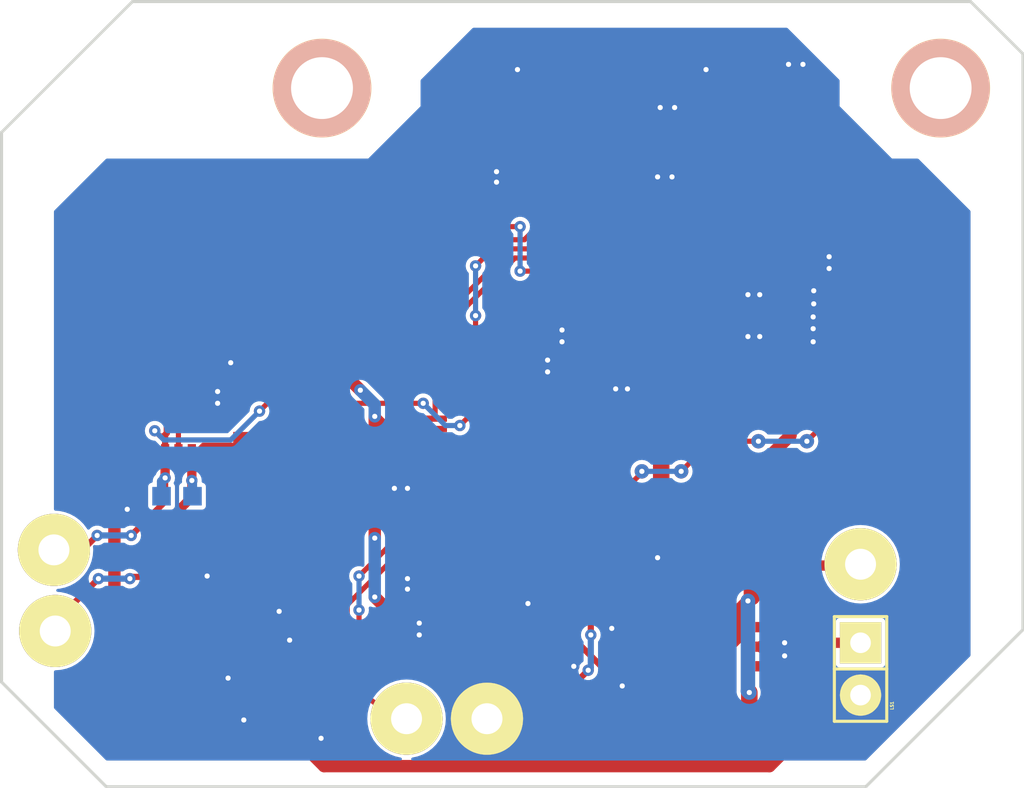
<source format=kicad_pcb>
(kicad_pcb (version 20221018) (generator pcbnew)
  (layers (0 "F.Cu" signal) (31 "B.Cu" signal) (34 "B.Paste" user) (35 "F.Paste" user) (36 "B.SilkS" user "B.Silkscreen") (37 "F.SilkS" user "F.Silkscreen") (38 "B.Mask" user) (39 "F.Mask" user) (44 "Edge.Cuts" user))
  (net 0 "")
  (net 1 "+5V")
  (net 2 "GND")
  (net 3 "Net-(C2-Pad1)")
  (net 4 "Sensor+")
  (net 5 "Net-(C3-Pad1)")
  (net 6 "+3V3")
  (net 7 "Net-(C5-Pad1)")
  (net 8 "Net-(C12-Pad1)")
  (net 9 "Net-(C6-Pad2)")
  (net 10 "Net-(C9-Pad1)")
  (net 11 "+UA")
  (net 12 "Net-(C14-Pad1)")
  (net 13 "Net-(C15-Pad1)")
  (net 14 "Net-(C16-Pad1)")
  (net 15 "Net-(D2-Pad1)")
  (net 16 "Net-(D3-Pad1)")
  (net 17 "Net-(D3-Pad2)")
  (net 18 "Net-(J1-Pad2)")
  (net 19 "MP-OPV-Aus")
  (net 20 "PWM-1-OUT")
  (net 21 "Net-(Q1-PadD)")
  (net 22 "PWM-2-OUT")
  (net 23 "Net-(Q2-PadD)")
  (net 24 "SHDN")
  (net 25 "Net-(R5-Pad1)")
  (net 26 "Net-(RP1-Pad1)")
  (net 27 "Net-(RP1-Pad2)")
  (net 28 "Net-(RP1-Pad3)")
  (net 29 "Net-(RP1-Pad4)")
  (net 30 "Net-(U3-Pad2)")
  (net 31 "Net-(U3-Pad4)")
  (net 32 "Net-(U3-Pad5)")
  (net 33 "Net-(U3-Pad6)")
  (net 34 "Net-(U3-Pad7)")
  (net 35 "Net-(U3-Pad8)")
  (net 36 "Net-(U3-Pad9)")
  (net 37 "Net-(U3-Pad10)")
  (net 38 "Net-(U3-Pad11)")
  (net 39 "Net-(U3-Pad14)")
  (net 40 "Net-(U3-Pad15)")
  (net 41 "Net-(U3-Pad16)")
  (net 42 "Net-(U3-Pad21)")
  (net 43 "Net-(U3-Pad22)")
  (net 44 "Net-(U3-Pad29)")
  (net 45 "Net-(U3-Pad30)")
  (net 46 "Net-(U3-Pad31)")
  (net 47 "Net-(U3-Pad32)")
  (net 48 "Net-(U3-Pad33)")
  (net 49 "Net-(U3-Pad35)")
  (net 50 "Net-(U3-Pad39)")
  (net 51 "Net-(U3-Pad40)")
  (net 52 "Net-(U3-Pad43)")
  (net 53 "Net-(U3-Pad44)")
  (net 54 "Net-(U3-Pad45)")
  (net 55 "Net-(U3-Pad46)")
  (net 56 "Net-(U3-Pad48)")
  (net 57 "Net-(LS1-Pad1)")
  (net 58 "Net-(P0-Pad4)")
  (net 59 "Net-(P0-Pad5)")
  (net 60 "Net-(P0-Pad6)")
  (net 61 "Net-(P1-Pad1)")
  (net 62 "Net-(P8-Pad1)")
  (net 63 "Net-(R6-Pad1)")
  (net 64 "Net-(R10-Pad2)")
  (net 65 "Net-(U3-Pad28)")
  (net 66 "Net-(U3-Pad26)")
  (footprint "kicad-libraries:DEBUG_PAD" (layer "F.Cu") (at 153.8605 86.8045)
    (fp_text reference "P5")
    (fp_text value "MP-PWM-1")
  )
  (footprint "kicad-libraries:DEBUG_PAD" (layer "F.Cu") (at 152.4635 86.8045)
    (fp_text reference "P6")
    (fp_text value "MP-PWM-2")
  )
  (footprint "kicad-libraries:R0603F" (layer "F.Cu") (at 150.6855 78.994 180)
    (fp_text reference "R23")
    (fp_text value "10k")
  )
  (footprint "kicad-libraries:R0603F" (layer "F.Cu") (at 154.559 77.7875)
    (fp_text reference "R24")
    (fp_text value "10k")
  )
  (footprint "kicad-libraries:C0805" (layer "F.Cu") (at 163.068 55.88 90)
    (fp_text reference "C1")
    (fp_text value "4.7uF")
  )
  (footprint "kicad-libraries:C0603F" (layer "F.Cu") (at 133.731 81.788)
    (fp_text reference "C2")
    (fp_text value "100nF")
  )
  (footprint "kicad-libraries:C0805" (layer "F.Cu") (at 164.846 63.5 180)
    (fp_text reference "C3")
    (fp_text value "4.7uF")
  )
  (footprint "kicad-libraries:C0603F" (layer "F.Cu") (at 130.302 73.66 -90)
    (fp_text reference "C4")
    (fp_text value "100nF")
  )
  (footprint "kicad-libraries:C0603F" (layer "F.Cu") (at 136.144 80.391)
    (fp_text reference "C5")
    (fp_text value "4.7nF")
  )
  (footprint "kicad-libraries:C0603F" (layer "F.Cu") (at 160.02 68.326)
    (fp_text reference "C6")
    (fp_text value "270pF")
  )
  (footprint "kicad-libraries:C0603F" (layer "F.Cu") (at 145.796 78.867 180)
    (fp_text reference "C7")
    (fp_text value "100nF")
  )
  (footprint "kicad-libraries:C0603F" (layer "F.Cu") (at 149.352 68.453)
    (fp_text reference "C8")
    (fp_text value "100nF")
  )
  (footprint "kicad-libraries:C0603F" (layer "F.Cu") (at 133.985 71.12)
    (fp_text reference "C9")
    (fp_text value "100nF")
  )
  (footprint "kicad-libraries:C0603F" (layer "F.Cu") (at 143.891 72.771 -90)
    (fp_text reference "C10")
    (fp_text value "100nF")
  )
  (footprint "kicad-libraries:C0603F" (layer "F.Cu") (at 150.114 67.056)
    (fp_text reference "C11")
    (fp_text value "220nF")
  )
  (footprint "kicad-libraries:C0805" (layer "F.Cu") (at 160.147 66.04)
    (fp_text reference "C12")
    (fp_text value "4.7uF")
  )
  (footprint "kicad-libraries:C0805" (layer "F.Cu") (at 155.448 70.739 180)
    (fp_text reference "C13")
    (fp_text value "4.7uF")
  )
  (footprint "kicad-libraries:C0402F" (layer "F.Cu") (at 149.733 59.309 180)
    (fp_text reference "C14")
    (fp_text value "220pF")
  )
  (footprint "kicad-libraries:C0603F" (layer "F.Cu") (at 145.7325 81.9785 90)
    (fp_text reference "C15")
    (fp_text value "10pF")
  )
  (footprint "kicad-libraries:C0603F" (layer "F.Cu") (at 151.3205 81.9785 -90)
    (fp_text reference "C16")
    (fp_text value "10pF")
  )
  (footprint "kicad-libraries:SOD-123" (layer "F.Cu") (at 133.223 84.963 180)
    (fp_text reference "D1")
    (fp_text value "ZENER")
  )
  (footprint "kicad-libraries:SOD-123" (layer "F.Cu") (at 160.528 63.754 180)
    (fp_text reference "D2")
    (fp_text value "DIODESCH")
  )
  (footprint "kicad-libraries:D0603E" (layer "F.Cu") (at 153.035 68.199 -90)
    (fp_text reference "D3")
    (fp_text value "LED")
  )
  (footprint "kicad-libraries:SolderJumper" (layer "F.Cu") (at 141.224 86.36 90)
    (fp_text reference "J1")
    (fp_text value "Conn_01x02")
  )
  (footprint "kicad-libraries:C0603F" (layer "F.Cu") (at 163.83 58.293)
    (fp_text reference "L1")
    (fp_text value "FB")
  )
  (footprint "kicad-libraries:NR3030" (layer "F.Cu") (at 163.83 60.833 180)
    (fp_text reference "L2")
    (fp_text value "10uH")
  )
  (footprint "kicad-libraries:C0603F" (layer "F.Cu") (at 156.845 66.04 180)
    (fp_text reference "L3")
    (fp_text value "FB")
  )
  (footprint "kicad-libraries:SOT23GDS" (layer "F.Cu") (at 156.0195 83.8835 90)
    (fp_text reference "Q1")
    (fp_text value "MOSFET_N_CH")
  )
  (footprint "kicad-libraries:SOT23GDS" (layer "F.Cu") (at 156.0195 80.3275 90)
    (fp_text reference "Q2")
    (fp_text value "MOSFET_N_CH")
  )
  (footprint "kicad-libraries:R0603F" (layer "F.Cu") (at 136.779 81.788)
    (fp_text reference "R1")
    (fp_text value "20k")
  )
  (footprint "kicad-libraries:R0603F" (layer "F.Cu") (at 130.683 83.312)
    (fp_text reference "R2")
    (fp_text value "100k")
  )
  (footprint "kicad-libraries:R0603F" (layer "F.Cu") (at 133.731 83.312)
    (fp_text reference "R3")
    (fp_text value "100k")
  )
  (footprint "kicad-libraries:R0603F" (layer "F.Cu") (at 166.37 66.04 -90)
    (fp_text reference "R4")
    (fp_text value "1M")
  )
  (footprint "kicad-libraries:R0603F" (layer "F.Cu") (at 133.0325 80.391)
    (fp_text reference "R5")
    (fp_text value "10")
  )
  (footprint "kicad-libraries:R0603F" (layer "F.Cu") (at 135.763 77.216 180)
    (fp_text reference "R6")
    (fp_text value "20k")
  )
  (footprint "kicad-libraries:R0603F" (layer "F.Cu") (at 163.068 68.326)
    (fp_text reference "R7")
    (fp_text value "13.3k")
  )
  (footprint "kicad-libraries:R0603F" (layer "F.Cu") (at 130.302 70.739 90)
    (fp_text reference "R8")
    (fp_text value "100k")
  )
  (footprint "kicad-libraries:R0603F" (layer "F.Cu") (at 133.985 68.326)
    (fp_text reference "R9")
    (fp_text value "120k")
  )
  (footprint "kicad-libraries:R0603F" (layer "F.Cu") (at 157.861 69.215 -90)
    (fp_text reference "R10")
    (fp_text value "20K")
  )
  (footprint "kicad-libraries:R0603F" (layer "F.Cu") (at 133.223 69.723)
    (fp_text reference "R11")
    (fp_text value "20k")
  )
  (footprint "kicad-libraries:R0603F" (layer "F.Cu") (at 153.035 65.151 90)
    (fp_text reference "R14")
    (fp_text value "1k")
  )
  (footprint "kicad-libraries:1206E" (layer "F.Cu") (at 159.4485 78.1685 180)
    (fp_text reference "R21")
    (fp_text value "1k")
  )
  (footprint "kicad-libraries:1206E" (layer "F.Cu") (at 159.3215 86.0425 180)
    (fp_text reference "R22")
    (fp_text value "1k")
  )
  (footprint "kicad-libraries:4X0402" (layer "F.Cu") (at 151.257 61.087)
    (fp_text reference "RP1")
    (fp_text value "R_PACK4")
  )
  (footprint "kicad-libraries:TSSOP8" (layer "F.Cu") (at 132.715 75.819)
    (fp_text reference "U1")
    (fp_text value "TLC272")
  )
  (footprint "kicad-libraries:SOT23-5" (layer "F.Cu") (at 163.83 66.04 -90)
    (fp_text reference "U2")
    (fp_text value "LMR62014X")
  )
  (footprint "kicad-libraries:QFN48-EP2" (layer "F.Cu") (at 149.098 73.787 90)
    (fp_text reference "U3")
    (fp_text value "XMC1XXX48")
  )
  (footprint "kicad-libraries:DRILL_NP" (layer "F.Cu") (at 170 55)
    (fp_text reference "U4" hide)
    (fp_text value "DRILL" hide)
  )
  (footprint "kicad-libraries:DRILL_NP" (layer "F.Cu") (at 140 55)
    (fp_text reference "U5" hide)
    (fp_text value "DRILL" hide)
  )
  (footprint "kicad-libraries:CRYSTAL_3225" (layer "F.Cu") (at 148.5265 81.9785 180)
    (fp_text reference "X1")
    (fp_text value "CRYSTAL_3225")
  )
  (footprint "kicad-libraries:PIN_ARRAY_2X1" (layer "F.Cu") (at 166.116 83.185 -90)
    (fp_text reference "LS1")
    (fp_text value "Speaker_Ultrasound" hide)
  )
  (footprint "kicad-libraries:CON-SENSOR2" (layer "F.Cu") (at 154.051 52.959 180)
    (fp_text reference "P0")
    (fp_text value "CON-SENSOR2")
  )
  (footprint "kicad-libraries:DEBUG_PAD" (layer "F.Cu") (at 136.144 86.487)
    (fp_text reference "P3")
    (fp_text value "MP-Sensor-")
  )
  (footprint "kicad-libraries:DEBUG_PAD" (layer "F.Cu") (at 138.938 86.487)
    (fp_text reference "P4")
    (fp_text value "MP-Sensor+")
  )
  (footprint "kicad-libraries:CONN_1" (layer "F.Cu") (at 127 77.4065)
    (fp_text reference "P7" hide)
    (fp_text value "MP-OPV-AUS" hide)
  )
  (footprint "kicad-libraries:CONN_1" (layer "F.Cu") (at 127.0635 81.3435)
    (fp_text reference "P8" hide)
    (fp_text value "MP-OPV-ZK" hide)
  )
  (footprint "kicad-libraries:CONN_1" (layer "F.Cu") (at 166.116 78.105)
    (fp_text reference "P9" hide)
    (fp_text value "MP-+UA" hide)
  )
  (footprint "kicad-libraries:CONN_1" (layer "F.Cu") (at 144.1 85.6)
    (fp_text reference "P1" hide)
    (fp_text value "CONN_01X01" hide)
  )
  (footprint "kicad-libraries:R0603F" (layer "F.Cu") (at 138.049 84.582)
    (fp_text reference "R31")
    (fp_text value "0")
  )
  (footprint "kicad-libraries:SOT23-6" (layer "F.Cu") (at 160.2105 82.1055 -90)
    (fp_text reference "Q3")
    (fp_text value "DMG6602SVT-7DICT-ND")
  )
  (footprint "kicad-libraries:ST4" (layer "F.Cu") (at 138.694 73.66 -90)
    (fp_text reference "RV1")
    (fp_text value "50k")
  )
  (footprint "kicad-libraries:ST4" (layer "F.Cu") (at 161.554 72.39 180)
    (fp_text reference "RV2")
    (fp_text value "200k")
  )
  (footprint "kicad-libraries:CONN_1" (layer "F.Cu") (at 148 85.6)
    (fp_text reference "P2" hide)
    (fp_text value "MP-GND" hide)
  )
  (footprint "kicad-libraries:R0603F" (layer "B.Cu") (at 132.969 74.803)
    (fp_text reference "R30")
    (fp_text value "0")
  )
  (gr_line (start 130.81 50.8) (end 171.45 50.8) (stroke (width 0.15)) (layer "Edge.Cuts"))
  (gr_line (start 124.46 57.15) (end 130.81 50.8) (stroke (width 0.15)) (layer "Edge.Cuts"))
  (gr_line (start 171.45 50.8) (end 173.99 53.34) (stroke (width 0.15)) (layer "Edge.Cuts"))
  (gr_line (start 129.54 88.9) (end 124.46 83.82) (stroke (width 0.15)) (layer "Edge.Cuts"))
  (gr_line (start 166.37 88.9) (end 129.54 88.9) (stroke (width 0.15)) (layer "Edge.Cuts"))
  (gr_line (start 173.99 53.34) (end 173.99 81.28) (stroke (width 0.15)) (layer "Edge.Cuts"))
  (gr_line (start 124.46 83.82) (end 124.46 57.15) (stroke (width 0.15)) (layer "Edge.Cuts"))
  (gr_line (start 173.99 81.28) (end 166.37 88.9) (stroke (width 0.15)) (layer "Edge.Cuts"))
  (segment (start 163.068 58.281) (end 163.08 58.293) (width 1) (layer "F.Cu") (net 1))
  (segment (start 158.47924 56.88076) (end 157.801 57.559) (width 1) (layer "F.Cu") (net 1))
  (segment (start 163.068 56.88076) (end 158.47924 56.88076) (width 1) (layer "F.Cu") (net 1))
  (segment (start 163.068 56.88076) (end 163.068 58.281) (width 1) (layer "F.Cu") (net 1))
  (segment (start 162.63112 66.04) (end 163.703 66.04) (width 0.25) (layer "F.Cu") (net 2))
  (segment (start 163.703 66.04) (end 163.84524 65.89776) (width 0.25) (layer "F.Cu") (net 2))
  (segment (start 163.84524 65.89776) (end 163.84524 65.4685) (width 0.25) (layer "F.Cu") (net 2))
  (segment (start 163.818 65.925) (end 163.84524 65.89776) (width 0.25) (layer "F.Cu") (net 2))
  (segment (start 149.8473 68.7077) (end 150.102 68.453) (width 0.25) (layer "F.Cu") (net 2))
  (segment (start 149.67642 82.7285) (end 149.62632 82.7786) (width 0.3) (layer "F.Cu") (net 2))
  (segment (start 147.37658 81.2285) (end 147.42668 81.1784) (width 0.3) (layer "F.Cu") (net 2))
  (segment (start 146.34972 76.59878) (end 149.098 73.8505) (width 0.25) (layer "F.Cu") (net 2))
  (segment (start 149.098 73.8505) (end 149.098 73.787) (width 0.25) (layer "F.Cu") (net 2))
  (segment (start 130.302 75.184) (end 130.556 75.438) (width 0.45) (layer "F.Cu") (net 2))
  (segment (start 134.38886 78.71714) (end 134.4295 78.6765) (width 0.45) (layer "F.Cu") (net 2))
  (segment (start 135.128 83.312) (end 135.4455 83.6295) (width 0.45) (layer "F.Cu") (net 2))
  (segment (start 135.07212 84.00288) (end 135.4455 83.6295) (width 0.45) (layer "F.Cu") (net 2))
  (segment (start 136.144 85.725) (end 136.2075 85.6615) (width 0.45) (layer "F.Cu") (net 2))
  (segment (start 139.9885 86.585) (end 139.954 86.5505) (width 0.3) (layer "F.Cu") (net 2))
  (segment (start 144.9825 81.2285) (end 144.7165 80.9625) (width 0.45) (layer "F.Cu") (net 2))
  (segment (start 145.034 81.2285) (end 144.9825 81.2285) (width 0.45) (layer "F.Cu") (net 2))
  (segment (start 145.022 81.2285) (end 144.7165 81.534) (width 0.45) (layer "F.Cu") (net 2))
  (segment (start 151.88 82.7285) (end 152.2095 83.058) (width 0.45) (layer "F.Cu") (net 2))
  (segment (start 155.0035 84.455) (end 154.559 84.0105) (width 0.45) (layer "F.Cu") (net 2))
  (segment (start 154.44724 69.80174) (end 154.2415 69.596) (width 0.45) (layer "F.Cu") (net 2))
  (segment (start 154.44724 69.85) (end 154.44724 69.80174) (width 0.45) (layer "F.Cu") (net 2))
  (segment (start 154.559 69.85) (end 154.813 69.596) (width 0.45) (layer "F.Cu") (net 2))
  (segment (start 150.6855 68.453) (end 150.9395 68.199) (width 0.45) (layer "F.Cu") (net 2))
  (segment (start 151.384 67.056) (end 151.638 67.31) (width 0.45) (layer "F.Cu") (net 2))
  (segment (start 148.717 59.309) (end 148.463 59.055) (width 0.45) (layer "F.Cu") (net 2))
  (segment (start 161.14776 65.51676) (end 160.655 65.024) (width 0.45) (layer "F.Cu") (net 2))
  (segment (start 161.14776 65.10274) (end 161.2265 65.024) (width 0.45) (layer "F.Cu") (net 2))
  (segment (start 161.14776 66.56324) (end 160.655 67.056) (width 0.45) (layer "F.Cu") (net 2))
  (segment (start 161.14776 66.97726) (end 161.2265 67.056) (width 0.45) (layer "F.Cu") (net 2))
  (segment (start 163.84524 64.8335) (end 163.84524 63.5) (width 0.25) (layer "F.Cu") (net 2))
  (segment (start 163.84524 65.4685) (end 163.84524 64.8335) (width 0.25) (layer "F.Cu") (net 2))
  (segment (start 163.818 66.1035) (end 163.818 65.925) (width 0.25) (layer "F.Cu") (net 2))
  (segment (start 163.818 66.675) (end 163.818 66.1035) (width 0.25) (layer "F.Cu") (net 2))
  (segment (start 163.818 67.31) (end 163.818 66.675) (width 0.25) (layer "F.Cu") (net 2))
  (segment (start 164.2745 63.5) (end 164.592 63.1825) (width 0.45) (layer "F.Cu") (net 2))
  (segment (start 164.338 63.5) (end 164.592 63.754) (width 0.45) (layer "F.Cu") (net 2))
  (segment (start 134.735 70.497) (end 134.9375 70.2945) (width 0.45) (layer "F.Cu") (net 2))
  (segment (start 143.891 74.168) (end 144.145 74.422) (width 0.45) (layer "F.Cu") (net 2))
  (segment (start 143.891 74.1045) (end 143.891 74.168) (width 0.45) (layer "F.Cu") (net 2))
  (segment (start 143.8275 74.1045) (end 143.51 74.422) (width 0.45) (layer "F.Cu") (net 2))
  (segment (start 146.06016 77.39634) (end 145.046 78.4105) (width 0.3) (layer "F.Cu") (net 2))
  (segment (start 145.046 78.4105) (end 145.046 78.867) (width 0.3) (layer "F.Cu") (net 2))
  (segment (start 145.034 78.867) (end 144.5895 79.3115) (width 0.45) (layer "F.Cu") (net 2))
  (segment (start 144.5895 79.3115) (end 144.145 79.3115) (width 0.45) (layer "F.Cu") (net 2))
  (segment (start 144.2085 78.867) (end 144.145 78.8035) (width 0.45) (layer "F.Cu") (net 2))
  (segment (start 149.422 54.159) (end 149.479 54.102) (width 0.6) (layer "F.Cu") (net 2))
  (segment (start 158.68 54.159) (end 158.623 54.102) (width 0.6) (layer "F.Cu") (net 2))
  (segment (start 140.724 86.86) (end 140.674 86.81) (width 0.25) (layer "F.Cu") (net 2))
  (segment (start 140.674 86.81) (end 140.674 86.585) (width 0.25) (layer "F.Cu") (net 2))
  (segment (start 141.724 86.86) (end 141.774 86.81) (width 0.25) (layer "F.Cu") (net 2))
  (segment (start 141.774 86.81) (end 141.774 86.585) (width 0.25) (layer "F.Cu") (net 2))
  (segment (start 149.9355 79.9585) (end 149.987 80.01) (width 0.3) (layer "F.Cu") (net 2))
  (segment (start 156.551 59.0315) (end 156.2735 59.309) (width 0.7) (layer "F.Cu") (net 2))
  (segment (start 156.551 58.888) (end 156.972 59.309) (width 0.7) (layer "F.Cu") (net 2))
  (segment (start 156.551 56.094) (end 156.4005 55.9435) (width 0.7) (layer "F.Cu") (net 2))
  (segment (start 156.551 56.5785) (end 156.551 56.094) (width 0.7) (layer "F.Cu") (net 2))
  (segment (start 156.551 56.4915) (end 157.099 55.9435) (width 0.7) (layer "F.Cu") (net 2))
  (segment (start 162.2425 82.1055) (end 162.433 81.915) (width 0.7) (layer "F.Cu") (net 2))
  (segment (start 161.9885 82.1055) (end 162.433 82.55) (width 0.7) (layer "F.Cu") (net 2))
  (segment (start 163.068 54.2925) (end 162.6235 53.848) (width 0.6) (layer "F.Cu") (net 2))
  (segment (start 163.068 54.102) (end 163.322 53.848) (width 0.6) (layer "F.Cu") (net 2))
  (segment (start 156.551 57.559) (end 156.551 59.0315) (width 0.7) (layer "F.Cu") (net 2))
  (segment (start 151.3205 82.7285) (end 149.67642 82.7285) (width 0.3) (layer "F.Cu") (net 2))
  (segment (start 149.233 59.309) (end 148.717 59.309) (width 0.45) (layer "F.Cu") (net 2))
  (segment (start 156.551 57.559) (end 156.551 58.888) (width 0.7) (layer "F.Cu") (net 2))
  (segment (start 145.7325 81.2285) (end 147.37658 81.2285) (width 0.3) (layer "F.Cu") (net 2))
  (segment (start 161.14776 66.04) (end 161.14776 66.56324) (width 0.45) (layer "F.Cu") (net 2))
  (segment (start 150.864 67.056) (end 151.3205 67.056) (width 0.45) (layer "F.Cu") (net 2))
  (segment (start 134.735 71.12) (end 134.735 70.497) (width 0.45) (layer "F.Cu") (net 2))
  (segment (start 151.3205 67.056) (end 151.384 67.056) (width 0.45) (layer "F.Cu") (net 2))
  (segment (start 163.84524 63.5) (end 164.338 63.5) (width 0.45) (layer "F.Cu") (net 2))
  (segment (start 148.151 54.159) (end 149.422 54.159) (width 0.6) (layer "F.Cu") (net 2))
  (segment (start 161.14776 66.04) (end 161.14776 65.51676) (width 0.45) (layer "F.Cu") (net 2))
  (segment (start 135.128 83.312) (end 134.481 83.312) (width 0.45) (layer "F.Cu") (net 2))
  (segment (start 155.0035 84.7725) (end 155.0035 84.455) (width 0.45) (layer "F.Cu") (net 2))
  (segment (start 141.224 86.86) (end 141.724 86.86) (width 0.25) (layer "F.Cu") (net 2))
  (segment (start 150.102 68.453) (end 150.622 68.453) (width 0.45) (layer "F.Cu") (net 2))
  (segment (start 136.894 80.391) (end 137.922 80.391) (width 0.45) (layer "F.Cu") (net 2))
  (segment (start 161.40938 82.1055) (end 161.9885 82.1055) (width 0.7) (layer "F.Cu") (net 2))
  (segment (start 154.44724 69.85) (end 154.559 69.85) (width 0.45) (layer "F.Cu") (net 2))
  (segment (start 145.034 81.2285) (end 145.022 81.2285) (width 0.45) (layer "F.Cu") (net 2))
  (segment (start 156.551 57.559) (end 156.551 56.5785) (width 0.7) (layer "F.Cu") (net 2))
  (segment (start 159.951 54.159) (end 158.68 54.159) (width 0.6) (layer "F.Cu") (net 2))
  (segment (start 141.224 86.86) (end 140.724 86.86) (width 0.25) (layer "F.Cu") (net 2))
  (segment (start 163.068 54.87924) (end 163.068 54.102) (width 0.6) (layer "F.Cu") (net 2))
  (segment (start 163.068 54.87924) (end 163.068 54.2925) (width 0.6) (layer "F.Cu") (net 2))
  (segment (start 161.14776 66.04) (end 162.63112 66.04) (width 0.25) (layer "F.Cu") (net 2))
  (segment (start 143.891 73.521) (end 143.891 74.1045) (width 0.45) (layer "F.Cu") (net 2))
  (segment (start 146.34972 77.39634) (end 146.06016 77.39634) (width 0.3) (layer "F.Cu") (net 2))
  (segment (start 155.0035 81.2165) (end 154.051 81.2165) (width 0.45) (layer "F.Cu") (net 2))
  (segment (start 156.551 56.5785) (end 156.551 56.4915) (width 0.7) (layer "F.Cu") (net 2))
  (segment (start 145.046 78.867) (end 145.034 78.867) (width 0.45) (layer "F.Cu") (net 2))
  (segment (start 143.891 74.1045) (end 143.8275 74.1045) (width 0.45) (layer "F.Cu") (net 2))
  (segment (start 133.973 69.723) (end 134.9375 69.723) (width 0.45) (layer "F.Cu") (net 2))
  (segment (start 150.622 68.453) (end 150.6855 68.453) (width 0.45) (layer "F.Cu") (net 2))
  (segment (start 155.309 77.7875) (end 156.2735 77.7875) (width 0.3) (layer "F.Cu") (net 2))
  (segment (start 136.144 86.487) (end 136.144 85.725) (width 0.45) (layer "F.Cu") (net 2))
  (segment (start 135.07212 84.963) (end 135.07212 84.00288) (width 0.45) (layer "F.Cu") (net 2))
  (segment (start 146.34972 77.39634) (end 146.34972 76.59878) (width 0.25) (layer "F.Cu") (net 2))
  (segment (start 137.529 81.788) (end 138.43 81.788) (width 0.45) (layer "F.Cu") (net 2))
  (segment (start 149.9355 78.994) (end 149.9355 79.9585) (width 0.3) (layer "F.Cu") (net 2))
  (segment (start 149.8473 70.17512) (end 149.8473 68.7077) (width 0.25) (layer "F.Cu") (net 2))
  (segment (start 151.3205 67.056) (end 151.638 66.7385) (width 0.45) (layer "F.Cu") (net 2))
  (segment (start 161.40938 82.1055) (end 162.2425 82.1055) (width 0.7) (layer "F.Cu") (net 2))
  (segment (start 130.302 74.41) (end 130.302 75.184) (width 0.45) (layer "F.Cu") (net 2))
  (segment (start 145.7325 81.2285) (end 145.034 81.2285) (width 0.45) (layer "F.Cu") (net 2))
  (segment (start 154.44724 70.739) (end 154.44724 69.85) (width 0.45) (layer "F.Cu") (net 2))
  (segment (start 133.68782 78.71714) (end 134.38886 78.71714) (width 0.45) (layer "F.Cu") (net 2))
  (segment (start 134.735 68.326) (end 135.5725 68.326) (width 0.45) (layer "F.Cu") (net 2))
  (segment (start 161.14776 66.04) (end 161.14776 66.97726) (width 0.45) (layer "F.Cu") (net 2))
  (segment (start 151.3205 82.7285) (end 151.88 82.7285) (width 0.45) (layer "F.Cu") (net 2))
  (segment (start 161.14776 66.04) (end 161.14776 65.10274) (width 0.45) (layer "F.Cu") (net 2))
  (segment (start 148.717 59.309) (end 148.463 59.563) (width 0.45) (layer "F.Cu") (net 2))
  (segment (start 140.674 86.585) (end 139.9885 86.585) (width 0.3) (layer "F.Cu") (net 2))
  (segment (start 150.622 68.453) (end 150.9395 68.7705) (width 0.45) (layer "F.Cu") (net 2))
  (segment (start 145.046 78.867) (end 144.2085 78.867) (width 0.45) (layer "F.Cu") (net 2))
  (segment (start 163.818 68.326) (end 163.818 67.31) (width 0.25) (layer "F.Cu") (net 2))
  (segment (start 163.84524 63.5) (end 164.2745 63.5) (width 0.45) (layer "F.Cu") (net 2))
  (via (at 149.479 54.102) (size 0.55) (drill 0.25) (layers "F.Cu" "B.Cu") (net 2))
  (via (at 148.463 59.563) (size 0.55) (drill 0.25) (layers "F.Cu" "B.Cu") (net 2))
  (via (at 144.7165 80.9625) (size 0.55) (drill 0.25) (layers "F.Cu" "B.Cu") (net 2))
  (via (at 143.51 74.422) (size 0.55) (drill 0.25) (layers "F.Cu" "B.Cu") (net 2))
  (via (at 135.5725 68.326) (size 0.55) (drill 0.25) (layers "F.Cu" "B.Cu") (net 2))
  (via (at 149.987 80.01) (size 0.55) (drill 0.25) (layers "F.Cu" "B.Cu") (net 2))
  (via (at 154.2415 69.596) (size 0.55) (drill 0.25) (layers "F.Cu" "B.Cu") (net 2))
  (via (at 161.2265 65.024) (size 0.55) (drill 0.25) (layers "F.Cu" "B.Cu") (net 2))
  (via (at 162.6235 53.848) (size 0.7) (drill 0.25) (layers "F.Cu" "B.Cu") (net 2))
  (via (at 156.972 59.309) (size 0.7) (drill 0.25) (layers "F.Cu" "B.Cu") (net 2))
  (via (at 151.638 67.31) (size 0.55) (drill 0.25) (layers "F.Cu" "B.Cu") (net 2))
  (via (at 163.818 66.675) (size 0.55) (drill 0.25) (layers "F.Cu" "B.Cu") (net 2))
  (via (at 150.9395 68.7705) (size 0.55) (drill 0.25) (layers "F.Cu" "B.Cu") (net 2))
  (via (at 163.84524 64.8335) (size 0.55) (drill 0.25) (layers "F.Cu" "B.Cu") (net 2))
  (via (at 156.2735 59.309) (size 0.7) (drill 0.25) (layers "F.Cu" "B.Cu") (net 2))
  (via (at 163.818 67.31) (size 0.55) (drill 0.25) (layers "F.Cu" "B.Cu") (net 2))
  (via (at 163.322 53.848) (size 0.7) (drill 0.25) (layers "F.Cu" "B.Cu") (net 2))
  (via (at 156.2735 77.7875) (size 0.55) (drill 0.25) (layers "F.Cu" "B.Cu") (net 2))
  (via (at 144.145 79.3115) (size 0.55) (drill 0.25) (layers "F.Cu" "B.Cu") (net 2))
  (via (at 134.4295 78.6765) (size 0.55) (drill 0.25) (layers "F.Cu" "B.Cu") (net 2))
  (via (at 139.954 86.5505) (size 0.55) (drill 0.25) (layers "F.Cu" "B.Cu") (net 2))
  (via (at 163.84524 65.4685) (size 0.55) (drill 0.25) (layers "F.Cu" "B.Cu") (net 2))
  (via (at 144.145 74.422) (size 0.55) (drill 0.25) (layers "F.Cu" "B.Cu") (net 2))
  (via (at 163.818 66.1035) (size 0.55) (drill 0.25) (layers "F.Cu" "B.Cu") (net 2))
  (via (at 144.7165 81.534) (size 0.55) (drill 0.25) (layers "F.Cu" "B.Cu") (net 2))
  (via (at 162.433 81.915) (size 0.7) (drill 0.25) (layers "F.Cu" "B.Cu") (net 2))
  (via (at 134.9375 70.2945) (size 0.55) (drill 0.25) (layers "F.Cu" "B.Cu") (net 2))
  (via (at 154.813 69.596) (size 0.55) (drill 0.25) (layers "F.Cu" "B.Cu") (net 2))
  (via (at 164.592 63.1825) (size 0.55) (drill 0.25) (layers "F.Cu" "B.Cu") (net 2))
  (via (at 158.623 54.102) (size 0.55) (drill 0.25) (layers "F.Cu" "B.Cu") (net 2))
  (via (at 162.433 82.55) (size 0.7) (drill 0.25) (layers "F.Cu" "B.Cu") (net 2))
  (via (at 154.051 81.2165) (size 0.55) (drill 0.25) (layers "F.Cu" "B.Cu") (net 2))
  (via (at 164.592 63.754) (size 0.55) (drill 0.25) (layers "F.Cu" "B.Cu") (net 2))
  (via (at 156.4005 55.9435) (size 0.7) (drill 0.25) (layers "F.Cu" "B.Cu") (net 2))
  (via (at 161.2265 67.056) (size 0.55) (drill 0.25) (layers "F.Cu" "B.Cu") (net 2))
  (via (at 137.922 80.391) (size 0.55) (drill 0.25) (layers "F.Cu" "B.Cu") (net 2))
  (via (at 160.655 65.024) (size 0.55) (drill 0.25) (layers "F.Cu" "B.Cu") (net 2))
  (via (at 134.9375 69.723) (size 0.55) (drill 0.25) (layers "F.Cu" "B.Cu") (net 2))
  (via (at 144.145 78.8035) (size 0.55) (drill 0.25) (layers "F.Cu" "B.Cu") (net 2))
  (via (at 151.638 66.7385) (size 0.55) (drill 0.25) (layers "F.Cu" "B.Cu") (net 2))
  (via (at 150.9395 68.199) (size 0.55) (drill 0.25) (layers "F.Cu" "B.Cu") (net 2))
  (via (at 160.655 67.056) (size 0.55) (drill 0.25) (layers "F.Cu" "B.Cu") (net 2))
  (via (at 152.2095 83.058) (size 0.55) (drill 0.25) (layers "F.Cu" "B.Cu") (net 2))
  (via (at 138.43 81.788) (size 0.55) (drill 0.25) (layers "F.Cu" "B.Cu") (net 2))
  (via (at 136.2075 85.6615) (size 0.55) (drill 0.25) (layers "F.Cu" "B.Cu") (net 2))
  (via (at 130.556 75.438) (size 0.55) (drill 0.25) (layers "F.Cu" "B.Cu") (net 2))
  (via (at 157.099 55.9435) (size 0.7) (drill 0.25) (layers "F.Cu" "B.Cu") (net 2))
  (via (at 148.463 59.055) (size 0.55) (drill 0.25) (layers "F.Cu" "B.Cu") (net 2))
  (via (at 154.559 84.0105) (size 0.55) (drill 0.25) (layers "F.Cu" "B.Cu") (net 2))
  (via (at 135.4455 83.6295) (size 0.55) (drill 0.25) (layers "F.Cu" "B.Cu") (net 2))
  (segment (start 163.84524 64.8335) (end 163.83 64.8335) (width 0.45) (layer "B.Cu") (net 2))
  (segment (start 163.84524 65.4685) (end 163.83 65.4685) (width 0.45) (layer "B.Cu") (net 2))
  (segment (start 163.818 66.1035) (end 163.83 66.1035) (width 0.45) (layer "B.Cu") (net 2))
  (segment (start 163.818 66.675) (end 163.83 66.675) (width 0.45) (layer "B.Cu") (net 2))
  (segment (start 163.818 67.31) (end 163.83 67.31) (width 0.45) (layer "B.Cu") (net 2))
  (segment (start 133.03758 81.73142) (end 132.981 81.788) (width 0.25) (layer "F.Cu") (net 3))
  (segment (start 132.981 82.411) (end 132.08 83.312) (width 0.3) (layer "F.Cu") (net 3))
  (segment (start 132.08 83.312) (end 131.433 83.312) (width 0.3) (layer "F.Cu") (net 3))
  (segment (start 131.37388 84.01812) (end 132.08 83.312) (width 0.3) (layer "F.Cu") (net 3))
  (segment (start 131.37388 84.963) (end 131.37388 84.01812) (width 0.3) (layer "F.Cu") (net 3))
  (segment (start 133.03758 78.71714) (end 133.03758 81.73142) (width 0.25) (layer "F.Cu") (net 3))
  (segment (start 132.981 81.788) (end 132.981 83.312) (width 0.3) (layer "F.Cu") (net 3))
  (segment (start 132.981 81.788) (end 132.981 82.411) (width 0.3) (layer "F.Cu") (net 3))
  (segment (start 136.029 83.312) (end 137.299 84.582) (width 0.45) (layer "F.Cu") (net 4))
  (segment (start 136.029 81.788) (end 136.029 83.312) (width 0.45) (layer "F.Cu") (net 4))
  (segment (start 134.481 81.788) (end 136.029 81.788) (width 0.45) (layer "F.Cu") (net 4))
  (segment (start 165.02982 58.74282) (end 164.58 58.293) (width 0.25) (layer "F.Cu") (net 5))
  (segment (start 165.84676 61.64994) (end 165.02982 60.833) (width 0.25) (layer "F.Cu") (net 5))
  (segment (start 165.84676 64.27216) (end 165.02888 65.09004) (width 0.25) (layer "F.Cu") (net 5))
  (segment (start 166.37 64.7954) (end 165.84676 64.27216) (width 0.25) (layer "F.Cu") (net 5))
  (segment (start 166.37 65.29) (end 166.37 64.7954) (width 0.25) (layer "F.Cu") (net 5))
  (segment (start 165.84676 63.5) (end 165.84676 61.64994) (width 0.25) (layer "F.Cu") (net 5))
  (segment (start 165.02982 60.833) (end 165.02982 58.74282) (width 0.25) (layer "F.Cu") (net 5))
  (segment (start 165.84676 63.5) (end 165.84676 64.27216) (width 0.25) (layer "F.Cu") (net 5))
  (segment (start 148.84908 68.70008) (end 148.602 68.453) (width 0.25) (layer "F.Cu") (net 6))
  (segment (start 149.34692 67.07308) (end 149.364 67.056) (width 0.25) (layer "F.Cu") (net 6))
  (segment (start 148.602 66.79) (end 149.352 66.04) (width 0.6) (layer "F.Cu") (net 6))
  (segment (start 149.352 66.04) (end 149.352 67.044) (width 0.6) (layer "F.Cu") (net 6))
  (segment (start 149.352 67.044) (end 149.364 67.056) (width 0.6) (layer "F.Cu") (net 6))
  (segment (start 150.241 65.151) (end 150.749 64.643) (width 0.6) (layer "F.Cu") (net 6))
  (segment (start 150.749 64.643) (end 151.892 64.643) (width 0.6) (layer "F.Cu") (net 6))
  (segment (start 151.892 64.643) (end 153.035 63.5) (width 0.6) (layer "F.Cu") (net 6))
  (segment (start 153.035 63.5) (end 153.035 64.401) (width 0.6) (layer "F.Cu") (net 6))
  (segment (start 155.301 61.234) (end 153.035 63.5) (width 0.6) (layer "F.Cu") (net 6))
  (segment (start 145.46764 72.021) (end 145.48612 72.03948) (width 0.3) (layer "F.Cu") (net 6))
  (segment (start 146.546 78.625) (end 146.8501 78.3209) (width 0.3) (layer "F.Cu") (net 6))
  (segment (start 146.8501 78.3209) (end 146.8501 77.39888) (width 0.3) (layer "F.Cu") (net 6))
  (segment (start 130.31286 72.92086) (end 130.302 72.91) (width 0.3) (layer "F.Cu") (net 6))
  (segment (start 155.301 56.368) (end 154.94 56.007) (width 0.6) (layer "F.Cu") (net 6))
  (segment (start 154.94 56.007) (end 149.479 56.007) (width 0.6) (layer "F.Cu") (net 6))
  (segment (start 149.479 56.007) (end 141.097 64.389) (width 0.6) (layer "F.Cu") (net 6))
  (segment (start 138.684 66.802) (end 131.064 66.802) (width 0.6) (layer "F.Cu") (net 6))
  (segment (start 131.064 66.802) (end 128.778 69.088) (width 0.6) (layer "F.Cu") (net 6))
  (segment (start 128.778 69.088) (end 128.778 70.612) (width 0.6) (layer "F.Cu") (net 6))
  (segment (start 128.778 70.612) (end 129.655 71.489) (width 0.6) (layer "F.Cu") (net 6))
  (segment (start 129.655 71.489) (end 130.302 71.489) (width 0.6) (layer "F.Cu") (net 6))
  (segment (start 128.778 72.263) (end 129.425 72.91) (width 0.6) (layer "F.Cu") (net 6))
  (segment (start 129.425 72.91) (end 130.302 72.91) (width 0.6) (layer "F.Cu") (net 6))
  (segment (start 128.778 71.882) (end 128.778 72.263) (width 0.6) (layer "F.Cu") (net 6))
  (segment (start 128.778 74.8665) (end 129.933 76.0215) (width 0.6) (layer "F.Cu") (net 6))
  (segment (start 129.933 76.0215) (end 129.933 83.312) (width 0.6) (layer "F.Cu") (net 6))
  (segment (start 141.097 64.389) (end 138.684 66.802) (width 0.6) (layer "F.Cu") (net 6))
  (segment (start 141.097 68.8975) (end 141.859 69.6595) (width 0.6) (layer "F.Cu") (net 6))
  (segment (start 142.5575 70.9295) (end 142.5575 74.676) (width 0.6) (layer "F.Cu") (net 6))
  (segment (start 142.5575 74.676) (end 142.5575 76.835) (width 0.6) (layer "F.Cu") (net 6))
  (segment (start 142.5575 79.6925) (end 142.9385 80.0735) (width 0.6) (layer "F.Cu") (net 6))
  (segment (start 142.9385 80.0735) (end 145.9865 80.0735) (width 0.6) (layer "F.Cu") (net 6))
  (segment (start 145.9865 80.0735) (end 146.546 79.514) (width 0.6) (layer "F.Cu") (net 6))
  (segment (start 146.546 79.514) (end 146.546 78.867) (width 0.6) (layer "F.Cu") (net 6))
  (segment (start 143.649 72.021) (end 142.5575 70.9295) (width 0.5) (layer "F.Cu") (net 6))
  (segment (start 143.891 72.021) (end 145.46764 72.021) (width 0.3) (layer "F.Cu") (net 6))
  (segment (start 155.301 57.559) (end 155.301 56.368) (width 0.6) (layer "F.Cu") (net 6))
  (segment (start 131.74218 72.92086) (end 130.31286 72.92086) (width 0.3) (layer "F.Cu") (net 6))
  (segment (start 146.546 78.867) (end 146.546 78.625) (width 0.3) (layer "F.Cu") (net 6))
  (segment (start 149.352 66.04) (end 150.241 65.151) (width 0.6) (layer "F.Cu") (net 6))
  (segment (start 141.097 64.389) (end 141.097 68.8975) (width 0.6) (layer "F.Cu") (net 6))
  (segment (start 143.891 72.021) (end 143.649 72.021) (width 0.5) (layer "F.Cu") (net 6))
  (segment (start 148.602 68.453) (end 148.602 66.79) (width 0.6) (layer "F.Cu") (net 6))
  (segment (start 149.34692 70.17512) (end 149.34692 67.07308) (width 0.25) (layer "F.Cu") (net 6))
  (segment (start 155.301 57.559) (end 155.301 61.234) (width 0.6) (layer "F.Cu") (net 6))
  (segment (start 148.84908 70.17512) (end 148.84908 68.70008) (width 0.25) (layer "F.Cu") (net 6))
  (segment (start 128.778 70.612) (end 128.778 71.882) (width 0.6) (layer "F.Cu") (net 6))
  (segment (start 128.778 71.882) (end 128.778 74.8665) (width 0.6) (layer "F.Cu") (net 6))
  (via (at 142.5575 76.835) (size 0.55) (drill 0.25) (layers "F.Cu" "B.Cu") (net 6))
  (via (at 142.5575 79.6925) (size 0.55) (drill 0.25) (layers "F.Cu" "B.Cu") (net 6))
  (via (at 141.859 69.6595) (size 0.55) (drill 0.25) (layers "F.Cu" "B.Cu") (net 6))
  (via (at 142.5575 70.9295) (size 0.55) (drill 0.25) (layers "F.Cu" "B.Cu") (net 6))
  (segment (start 141.859 69.6595) (end 142.5575 70.358) (width 0.6) (layer "B.Cu") (net 6))
  (segment (start 142.5575 70.358) (end 142.5575 70.9295) (width 0.6) (layer "B.Cu") (net 6))
  (segment (start 142.5575 76.835) (end 142.5575 79.6925) (width 0.6) (layer "B.Cu") (net 6))
  (segment (start 133.7825 80.391) (end 135.394 80.391) (width 0.25) (layer "F.Cu") (net 7))
  (segment (start 158.67888 65.57264) (end 159.14624 66.04) (width 0.25) (layer "F.Cu") (net 8))
  (segment (start 159.27 66.16376) (end 159.14624 66.04) (width 0.25) (layer "F.Cu") (net 8))
  (segment (start 157.861 66.306) (end 157.595 66.04) (width 0.25) (layer "F.Cu") (net 8))
  (segment (start 158.67888 65.151) (end 158.67888 65.57264) (width 0.25) (layer "F.Cu") (net 8))
  (segment (start 158.67888 65.60312) (end 158.242 66.04) (width 0.25) (layer "F.Cu") (net 8))
  (segment (start 158.242 66.04) (end 157.595 66.04) (width 0.25) (layer "F.Cu") (net 8))
  (segment (start 158.67888 63.754) (end 158.67888 65.151) (width 0.25) (layer "F.Cu") (net 8))
  (segment (start 159.27 68.326) (end 159.27 66.16376) (width 0.25) (layer "F.Cu") (net 8))
  (segment (start 158.67888 65.151) (end 158.67888 65.60312) (width 0.25) (layer "F.Cu") (net 8))
  (segment (start 157.861 68.465) (end 157.861 66.306) (width 0.25) (layer "F.Cu") (net 8))
  (segment (start 162.63112 68.01288) (end 162.318 68.326) (width 0.6) (layer "F.Cu") (net 9))
  (segment (start 162.318 68.326) (end 160.77 68.326) (width 0.6) (layer "F.Cu") (net 9))
  (segment (start 162.318 69.989) (end 162.719 70.39) (width 0.6) (layer "F.Cu") (net 9))
  (segment (start 161.544 73.025) (end 162.719 71.85) (width 0.6) (layer "F.Cu") (net 9))
  (segment (start 162.719 71.85) (end 162.719 70.39) (width 0.6) (layer "F.Cu") (net 9))
  (segment (start 162.63112 66.98996) (end 162.63112 68.01288) (width 0.6) (layer "F.Cu") (net 9))
  (segment (start 161.544 74.39) (end 161.544 73.025) (width 0.6) (layer "F.Cu") (net 9))
  (segment (start 162.318 68.326) (end 162.318 69.989) (width 0.6) (layer "F.Cu") (net 9))
  (segment (start 133.03758 71.31742) (end 133.235 71.12) (width 0.3) (layer "F.Cu") (net 10))
  (segment (start 133.03758 71.31742) (end 133.235 71.12) (width 0.25) (layer "F.Cu") (net 10))
  (segment (start 130.302 69.977) (end 131.953 68.326) (width 0.3) (layer "F.Cu") (net 10))
  (segment (start 131.953 68.326) (end 133.235 68.326) (width 0.3) (layer "F.Cu") (net 10))
  (segment (start 133.235 71.12) (end 133.235 68.326) (width 0.25) (layer "F.Cu") (net 10))
  (segment (start 133.03758 72.92086) (end 133.03758 71.31742) (width 0.25) (layer "F.Cu") (net 10))
  (segment (start 130.302 69.989) (end 130.302 69.977) (width 0.3) (layer "F.Cu") (net 10))
  (segment (start 156.07976 66.05524) (end 156.095 66.04) (width 0.6) (layer "F.Cu") (net 11))
  (segment (start 156.095 70.38524) (end 156.44876 70.739) (width 0.7) (layer "F.Cu") (net 11))
  (segment (start 160.655 79.883) (end 160.8485 79.6895) (width 0.7) (layer "F.Cu") (net 11))
  (segment (start 160.8485 78.1685) (end 160.8485 79.6895) (width 0.8) (layer "F.Cu") (net 11))
  (segment (start 166.0525 78.1685) (end 166.116 78.105) (width 0.5) (layer "F.Cu") (net 11))
  (segment (start 156.44876 74.53376) (end 158.242 76.327) (width 0.8) (layer "F.Cu") (net 11))
  (segment (start 158.242 76.327) (end 160.2105 76.327) (width 0.8) (layer "F.Cu") (net 11))
  (segment (start 160.2105 76.327) (end 160.8485 76.965) (width 0.8) (layer "F.Cu") (net 11))
  (segment (start 160.8485 76.965) (end 160.8485 78.1685) (width 0.8) (layer "F.Cu") (net 11))
  (segment (start 159.6945 82.1055) (end 160.2 81.6) (width 0.6) (layer "F.Cu") (net 11))
  (segment (start 160.2 81.6) (end 160.2 80.338) (width 0.6) (layer "F.Cu") (net 11))
  (segment (start 160.2 80.338) (end 160.655 79.883) (width 0.6) (layer "F.Cu") (net 11))
  (segment (start 160.7215 86.0425) (end 160.7215 84.328) (width 0.8) (layer "F.Cu") (net 11))
  (segment (start 160.8485 78.1685) (end 166.0525 78.1685) (width 0.5) (layer "F.Cu") (net 11))
  (segment (start 156.095 66.04) (end 156.095 70.38524) (width 0.8) (layer "F.Cu") (net 11))
  (segment (start 159.01162 82.1055) (end 159.6945 82.1055) (width 0.6) (layer "F.Cu") (net 11))
  (segment (start 156.44876 70.739) (end 156.44876 74.53376) (width 0.8) (layer "F.Cu") (net 11))
  (via (at 160.7215 84.328) (size 0.7) (drill 0.25) (layers "F.Cu" "B.Cu") (net 11))
  (via (at 160.655 79.883) (size 0.7) (drill 0.25) (layers "F.Cu" "B.Cu") (net 11))
  (segment (start 160.655 84.2615) (end 160.7215 84.328) (width 0.7) (layer "B.Cu") (net 11))
  (segment (start 160.655 84.2615) (end 160.655 79.883) (width 0.7) (layer "B.Cu") (net 11))
  (segment (start 150.5077 59.5837) (end 150.233 59.309) (width 0.3) (layer "F.Cu") (net 12))
  (segment (start 150.233 57.627) (end 150.301 57.559) (width 0.5) (layer "F.Cu") (net 12))
  (segment (start 150.5077 60.512) (end 150.5077 59.5837) (width 0.3) (layer "F.Cu") (net 12))
  (segment (start 150.233 59.309) (end 150.233 57.627) (width 0.5) (layer "F.Cu") (net 12))
  (segment (start 147.7264 82.7786) (end 148.463 82.042) (width 0.3) (layer "F.Cu") (net 13))
  (segment (start 148.463 82.042) (end 148.463 80.264) (width 0.3) (layer "F.Cu") (net 13))
  (segment (start 148.463 80.264) (end 148.3487 80.1497) (width 0.3) (layer "F.Cu") (net 13))
  (segment (start 148.3487 80.1497) (end 148.3487 77.39888) (width 0.3) (layer "F.Cu") (net 13))
  (segment (start 147.37658 82.7285) (end 147.42668 82.7786) (width 0.45) (layer "F.Cu") (net 13))
  (segment (start 147.37658 82.7285) (end 147.42668 82.7786) (width 0.3) (layer "F.Cu") (net 13))
  (segment (start 147.42668 82.7786) (end 147.7264 82.7786) (width 0.3) (layer "F.Cu") (net 13))
  (segment (start 145.7325 82.7285) (end 147.37658 82.7285) (width 0.3) (layer "F.Cu") (net 13))
  (segment (start 149.62632 80.66532) (end 148.84908 79.88808) (width 0.3) (layer "F.Cu") (net 14))
  (segment (start 148.84908 79.88808) (end 148.84908 77.39888) (width 0.3) (layer "F.Cu") (net 14))
  (segment (start 151.2704 81.1784) (end 151.3205 81.2285) (width 0.45) (layer "F.Cu") (net 14))
  (segment (start 149.67642 81.2285) (end 149.62632 81.1784) (width 0.3) (layer "F.Cu") (net 14))
  (segment (start 149.62632 81.1784) (end 149.62632 80.66532) (width 0.3) (layer "F.Cu") (net 14))
  (segment (start 151.3205 81.2285) (end 149.67642 81.2285) (width 0.3) (layer "F.Cu") (net 14))
  (segment (start 162.63112 64.008) (end 162.37712 63.754) (width 0.6) (layer "F.Cu") (net 15))
  (segment (start 162.63018 63.50094) (end 162.37712 63.754) (width 0.6) (layer "F.Cu") (net 15))
  (segment (start 162.306 63.754) (end 162.052 63.5) (width 0.6) (layer "F.Cu") (net 15))
  (segment (start 162.052 63.5) (end 162.052 62.992) (width 0.6) (layer "F.Cu") (net 15))
  (segment (start 162.052 59.817) (end 162.63018 60.39518) (width 0.6) (layer "F.Cu") (net 15))
  (segment (start 162.63018 60.39518) (end 162.63018 60.833) (width 0.6) (layer "F.Cu") (net 15))
  (segment (start 162.052 62.992) (end 162.052 59.817) (width 0.6) (layer "F.Cu") (net 15))
  (segment (start 162.052 64.51092) (end 162.63112 65.09004) (width 0.6) (layer "F.Cu") (net 15))
  (segment (start 162.37712 63.754) (end 162.306 63.754) (width 0.6) (layer "F.Cu") (net 15))
  (segment (start 162.63018 60.833) (end 162.63018 63.50094) (width 0.6) (layer "F.Cu") (net 15))
  (segment (start 162.63112 65.09004) (end 162.63112 64.008) (width 0.6) (layer "F.Cu") (net 15))
  (segment (start 162.052 62.992) (end 162.052 64.51092) (width 0.6) (layer "F.Cu") (net 15))
  (segment (start 153.035 65.901) (end 153.035 67.3489) (width 0.3) (layer "F.Cu") (net 16))
  (segment (start 152.9723 69.0491) (end 151.84628 70.17512) (width 0.3) (layer "F.Cu") (net 17))
  (segment (start 153.035 69.0491) (end 152.9723 69.0491) (width 0.3) (layer "F.Cu") (net 17))
  (segment (start 153.035 69.0491) (end 152.8453 69.0491) (width 0.3) (layer "F.Cu") (net 17))
  (segment (start 141.224 80.0735) (end 144.76222 76.53528) (width 0.25) (layer "F.Cu") (net 18))
  (segment (start 144.76222 76.53528) (end 145.48612 76.53528) (width 0.25) (layer "F.Cu") (net 18))
  (segment (start 141.224 85.81) (end 141.224 80.0735) (width 0.25) (layer "F.Cu") (net 18))
  (segment (start 141.224 86.21) (end 141.224 85.81) (width 0.25) (layer "F.Cu") (net 18))
  (segment (start 132.39242 71.82358) (end 132.473 71.743) (width 0.3) (layer "F.Cu") (net 19))
  (segment (start 132.473 71.743) (end 132.473 69.723) (width 0.3) (layer "F.Cu") (net 19))
  (segment (start 132.39242 75.06208) (end 130.7465 76.708) (width 0.3) (layer "F.Cu") (net 19))
  (segment (start 129.0955 76.708) (end 128.397 77.4065) (width 0.3) (layer "F.Cu") (net 19))
  (segment (start 128.397 77.4065) (end 127 77.4065) (width 0.3) (layer "F.Cu") (net 19))
  (segment (start 132.39242 71.882) (end 132.39242 71.82358) (width 0.3) (layer "F.Cu") (net 19))
  (segment (start 132.1435 71.882) (end 131.8895 71.628) (width 0.25) (layer "F.Cu") (net 19))
  (segment (start 136.9695 70.6755) (end 137.3505 70.2945) (width 0.25) (layer "F.Cu") (net 19))
  (segment (start 137.3505 70.2945) (end 144.907 70.2945) (width 0.25) (layer "F.Cu") (net 19))
  (segment (start 146.685 71.374) (end 147.02028 71.03872) (width 0.25) (layer "F.Cu") (net 19))
  (segment (start 147.02028 71.03872) (end 152.70988 71.03872) (width 0.25) (layer "F.Cu") (net 19))
  (segment (start 132.39242 71.882) (end 132.1435 71.882) (width 0.25) (layer "F.Cu") (net 19))
  (segment (start 132.39242 72.92086) (end 132.39242 71.882) (width 0.3) (layer "F.Cu") (net 19))
  (segment (start 132.39242 73.914) (end 132.39242 75.06208) (width 0.3) (layer "F.Cu") (net 19))
  (segment (start 132.39242 72.92086) (end 132.39242 73.914) (width 0.45) (layer "F.Cu") (net 19))
  (via (at 131.8895 71.628) (size 0.55) (drill 0.25) (layers "F.Cu" "B.Cu") (net 19))
  (via (at 136.9695 70.6755) (size 0.55) (drill 0.25) (layers "F.Cu" "B.Cu") (net 19))
  (via (at 130.7465 76.708) (size 0.55) (drill 0.25) (layers "F.Cu" "B.Cu") (net 19))
  (via (at 144.907 70.2945) (size 0.55) (drill 0.25) (layers "F.Cu" "B.Cu") (net 19))
  (via (at 129.0955 76.708) (size 0.55) (drill 0.25) (layers "F.Cu" "B.Cu") (net 19))
  (via (at 132.39242 73.914) (size 0.55) (drill 0.25) (layers "F.Cu" "B.Cu") (net 19))
  (via (at 146.685 71.374) (size 0.55) (drill 0.25) (layers "F.Cu" "B.Cu") (net 19))
  (segment (start 132.219 74.08742) (end 132.39242 73.914) (width 0.45) (layer "B.Cu") (net 19))
  (segment (start 132.219 74.803) (end 132.219 74.08742) (width 0.45) (layer "B.Cu") (net 19))
  (segment (start 130.7465 76.708) (end 129.0955 76.708) (width 0.3) (layer "B.Cu") (net 19))
  (segment (start 131.8895 71.628) (end 132.334 72.0725) (width 0.25) (layer "B.Cu") (net 19))
  (segment (start 132.334 72.0725) (end 135.5725 72.0725) (width 0.25) (layer "B.Cu") (net 19))
  (segment (start 135.5725 72.0725) (end 136.9695 70.6755) (width 0.25) (layer "B.Cu") (net 19))
  (segment (start 144.907 70.2945) (end 145.9865 71.374) (width 0.25) (layer "B.Cu") (net 19))
  (segment (start 145.9865 71.374) (end 146.685 71.374) (width 0.25) (layer "B.Cu") (net 19))
  (segment (start 153.8605 83.566) (end 154.432 82.9945) (width 0.3) (layer "F.Cu") (net 20))
  (segment (start 151.3459 78.9044) (end 151.4355 78.994) (width 0.3) (layer "F.Cu") (net 20))
  (segment (start 151.4355 79.2995) (end 152.4 80.264) (width 0.3) (layer "F.Cu") (net 20))
  (segment (start 152.4 80.264) (end 152.4 81.915) (width 0.3) (layer "F.Cu") (net 20))
  (segment (start 152.4 81.915) (end 153.4795 82.9945) (width 0.3) (layer "F.Cu") (net 20))
  (segment (start 153.4795 82.9945) (end 155.0035 82.9945) (width 0.3) (layer "F.Cu") (net 20))
  (segment (start 155.0035 82.9945) (end 154.432 82.9945) (width 0.3) (layer "F.Cu") (net 20))
  (segment (start 151.4355 78.994) (end 151.4355 79.2995) (width 0.3) (layer "F.Cu") (net 20))
  (segment (start 153.8605 86.8045) (end 153.8605 83.566) (width 0.3) (layer "F.Cu") (net 20))
  (segment (start 151.3459 77.39888) (end 151.3459 78.9044) (width 0.3) (layer "F.Cu") (net 20))
  (segment (start 157.86354 83.05546) (end 157.0355 83.8835) (width 0.7) (layer "F.Cu") (net 21))
  (segment (start 158.62554 83.05546) (end 159.01162 83.05546) (width 0.7) (layer "F.Cu") (net 21))
  (segment (start 157.9215 83.05546) (end 158.115 83.24896) (width 0.3) (layer "F.Cu") (net 21))
  (segment (start 158.115 83.24896) (end 158.115 83.312) (width 0.3) (layer "F.Cu") (net 21))
  (segment (start 158.115 83.312) (end 158.115 83.05546) (width 0.3) (layer "F.Cu") (net 21))
  (segment (start 158.115 83.05546) (end 157.86354 83.05546) (width 0.7) (layer "F.Cu") (net 21))
  (segment (start 157.9215 86.0425) (end 157.9215 83.05546) (width 0.7) (layer "F.Cu") (net 21))
  (segment (start 159.01162 83.05546) (end 158.115 83.05546) (width 0.7) (layer "F.Cu") (net 21))
  (segment (start 152.70988 78.68412) (end 152.908 78.88224) (width 0.3) (layer "F.Cu") (net 22))
  (segment (start 152.908 78.88224) (end 152.908 79.502) (width 0.3) (layer "F.Cu") (net 22))
  (segment (start 152.908 79.502) (end 153.416 80.01) (width 0.3) (layer "F.Cu") (net 22))
  (segment (start 153.416 80.01) (end 154.432 80.01) (width 0.3) (layer "F.Cu") (net 22))
  (segment (start 154.432 80.01) (end 155.0035 79.4385) (width 0.3) (layer "F.Cu") (net 22))
  (segment (start 152.4635 83.693) (end 152.908 83.2485) (width 0.3) (layer "F.Cu") (net 22))
  (segment (start 153.035 81.534) (end 153.035 80.4545) (width 0.3) (layer "F.Cu") (net 22))
  (segment (start 153.035 80.4545) (end 153.416 80.0735) (width 0.3) (layer "F.Cu") (net 22))
  (segment (start 153.416 80.0735) (end 153.416 80.01) (width 0.3) (layer "F.Cu") (net 22))
  (segment (start 153.3525 77.7875) (end 152.70988 77.14488) (width 0.3) (layer "F.Cu") (net 22))
  (segment (start 152.70988 77.14488) (end 152.70988 78.68412) (width 0.3) (layer "F.Cu") (net 22))
  (segment (start 152.70988 76.53528) (end 152.70988 77.14488) (width 0.3) (layer "F.Cu") (net 22))
  (segment (start 153.809 77.7875) (end 153.3525 77.7875) (width 0.3) (layer "F.Cu") (net 22))
  (segment (start 152.4635 86.8045) (end 152.4635 83.693) (width 0.3) (layer "F.Cu") (net 22))
  (via (at 152.908 83.2485) (size 0.55) (drill 0.25) (layers "F.Cu" "B.Cu") (net 22))
  (via (at 153.035 81.534) (size 0.55) (drill 0.25) (layers "F.Cu" "B.Cu") (net 22))
  (segment (start 152.908 83.2485) (end 153.035 83.1215) (width 0.3) (layer "B.Cu") (net 22))
  (segment (start 153.035 83.1215) (end 153.035 81.534) (width 0.3) (layer "B.Cu") (net 22))
  (segment (start 157.86354 81.15554) (end 157.0355 80.3275) (width 0.7) (layer "F.Cu") (net 23))
  (segment (start 158.62554 81.15554) (end 159.01162 81.15554) (width 0.7) (layer "F.Cu") (net 23))
  (segment (start 158.0485 81.15554) (end 158.115 81.22204) (width 0.3) (layer "F.Cu") (net 23))
  (segment (start 158.115 81.22204) (end 158.115 81.28) (width 0.3) (layer "F.Cu") (net 23))
  (segment (start 158.115 81.28) (end 158.115 81.15554) (width 0.3) (layer "F.Cu") (net 23))
  (segment (start 158.115 81.15554) (end 157.86354 81.15554) (width 0.7) (layer "F.Cu") (net 23))
  (segment (start 159.01162 81.15554) (end 158.115 81.15554) (width 0.7) (layer "F.Cu") (net 23))
  (segment (start 158.0485 78.1685) (end 158.0485 81.15554) (width 0.7) (layer "F.Cu") (net 23))
  (segment (start 166.17004 66.98996) (end 166.37 66.79) (width 0.3) (layer "F.Cu") (net 24))
  (segment (start 153.63698 75.53452) (end 155.5115 73.66) (width 0.25) (layer "F.Cu") (net 24))
  (segment (start 155.5115 73.66) (end 155.5115 73.5965) (width 0.25) (layer "F.Cu") (net 24))
  (segment (start 157.4165 73.5965) (end 158.877 72.136) (width 0.25) (layer "F.Cu") (net 24))
  (segment (start 158.877 72.136) (end 161.163 72.136) (width 0.25) (layer "F.Cu") (net 24))
  (segment (start 163.5125 72.136) (end 165.02888 70.61962) (width 0.25) (layer "F.Cu") (net 24))
  (segment (start 165.02888 70.61962) (end 165.02888 66.98996) (width 0.25) (layer "F.Cu") (net 24))
  (segment (start 165.02888 66.98996) (end 166.17004 66.98996) (width 0.3) (layer "F.Cu") (net 24))
  (segment (start 152.70988 75.53452) (end 153.63698 75.53452) (width 0.25) (layer "F.Cu") (net 24))
  (via (at 161.163 72.136) (size 0.7) (drill 0.25) (layers "F.Cu" "B.Cu") (net 24))
  (via (at 155.5115 73.5965) (size 0.7) (drill 0.25) (layers "F.Cu" "B.Cu") (net 24))
  (via (at 157.4165 73.5965) (size 0.7) (drill 0.25) (layers "F.Cu" "B.Cu") (net 24))
  (via (at 163.5125 72.136) (size 0.7) (drill 0.25) (layers "F.Cu" "B.Cu") (net 24))
  (segment (start 155.5115 73.5965) (end 157.4165 73.5965) (width 0.25) (layer "B.Cu") (net 24))
  (segment (start 161.163 72.136) (end 163.5125 72.136) (width 0.25) (layer "B.Cu") (net 24))
  (segment (start 132.32892 80.34458) (end 132.2825 80.391) (width 0.3) (layer "F.Cu") (net 25))
  (segment (start 132.39242 77.66558) (end 132.842 77.216) (width 0.3) (layer "F.Cu") (net 25))
  (segment (start 132.842 77.216) (end 135.013 77.216) (width 0.3) (layer "F.Cu") (net 25))
  (segment (start 132.39242 80.28108) (end 132.2825 80.391) (width 0.25) (layer "F.Cu") (net 25))
  (segment (start 132.39242 78.71714) (end 132.39242 77.66558) (width 0.3) (layer "F.Cu") (net 25))
  (segment (start 132.39242 78.71714) (end 132.39242 80.28108) (width 0.25) (layer "F.Cu") (net 25))
  (segment (start 148.3487 69.4817) (end 148.082 69.215) (width 0.25) (layer "F.Cu") (net 26))
  (segment (start 148.082 69.215) (end 147.828 69.215) (width 0.25) (layer "F.Cu") (net 26))
  (segment (start 147.828 69.215) (end 147.447 68.834) (width 0.25) (layer "F.Cu") (net 26))
  (segment (start 147.447 68.834) (end 147.447 66.04) (width 0.25) (layer "F.Cu") (net 26))
  (segment (start 147.447 63.627) (end 148.717 62.357) (width 0.25) (layer "F.Cu") (net 26))
  (segment (start 148.717 62.357) (end 149.8127 62.357) (width 0.25) (layer "F.Cu") (net 26))
  (segment (start 149.8127 62.357) (end 150.5077 61.662) (width 0.25) (layer "F.Cu") (net 26))
  (segment (start 148.3487 70.17512) (end 148.3487 69.4817) (width 0.25) (layer "F.Cu") (net 26))
  (via (at 147.447 63.627) (size 0.55) (drill 0.25) (layers "F.Cu" "B.Cu") (net 26))
  (via (at 147.447 66.04) (size 0.55) (drill 0.25) (layers "F.Cu" "B.Cu") (net 26))
  (segment (start 147.447 66.04) (end 147.447 63.627) (width 0.25) (layer "B.Cu") (net 26))
  (segment (start 146.34972 65.632142) (end 149.180362 62.8015) (width 0.25) (layer "F.Cu") (net 27))
  (segment (start 149.180362 62.8015) (end 150.495 62.8015) (width 0.25) (layer "F.Cu") (net 27))
  (segment (start 150.495 62.8015) (end 151.00808 62.28842) (width 0.25) (layer "F.Cu") (net 27))
  (segment (start 151.00808 62.28842) (end 151.00808 61.662) (width 0.25) (layer "F.Cu") (net 27))
  (segment (start 146.34972 70.17512) (end 146.34972 65.632142) (width 0.25) (layer "F.Cu") (net 27))
  (segment (start 151.50592 62.61608) (end 150.876 63.246) (width 0.25) (layer "F.Cu") (net 28))
  (segment (start 150.876 63.246) (end 149.352 63.246) (width 0.25) (layer "F.Cu") (net 28))
  (segment (start 149.352 63.246) (end 146.812 65.786) (width 0.25) (layer "F.Cu") (net 28))
  (segment (start 146.812 65.786) (end 146.812 70.13702) (width 0.25) (layer "F.Cu") (net 28))
  (segment (start 146.812 70.13702) (end 146.8501 70.17512) (width 0.25) (layer "F.Cu") (net 28))
  (segment (start 151.50592 61.662) (end 151.50592 62.61608) (width 0.25) (layer "F.Cu") (net 28))
  (segment (start 148.463 61.722) (end 149.606 61.722) (width 0.25) (layer "F.Cu") (net 29))
  (segment (start 149.606 63.881) (end 151.13 63.881) (width 0.25) (layer "F.Cu") (net 29))
  (segment (start 151.13 63.881) (end 152.0063 63.0047) (width 0.25) (layer "F.Cu") (net 29))
  (segment (start 152.0063 63.0047) (end 152.0063 61.662) (width 0.25) (layer "F.Cu") (net 29))
  (segment (start 145.48612 64.69888) (end 145.542 64.643) (width 0.25) (layer "F.Cu") (net 29))
  (segment (start 145.542 64.643) (end 148.463 61.722) (width 0.25) (layer "F.Cu") (net 29))
  (segment (start 145.48612 69.2785) (end 145.48612 64.69888) (width 0.25) (layer "F.Cu") (net 29))
  (segment (start 145.48612 71.03872) (end 145.48612 69.2785) (width 0.25) (layer "F.Cu") (net 29))
  (via (at 149.606 61.722) (size 0.55) (drill 0.25) (layers "F.Cu" "B.Cu") (net 29))
  (via (at 149.606 63.881) (size 0.55) (drill 0.25) (layers "F.Cu" "B.Cu") (net 29))
  (segment (start 149.606 61.722) (end 149.606 63.881) (width 0.25) (layer "B.Cu") (net 29))
  (segment (start 164.719 81.915) (end 163.95954 81.15554) (width 0.5) (layer "F.Cu") (net 57))
  (segment (start 163.95954 81.15554) (end 161.40938 81.15554) (width 0.5) (layer "F.Cu") (net 57))
  (segment (start 138.799 86.348) (end 138.938 86.487) (width 0.45) (layer "F.Cu") (net 57))
  (segment (start 161.65546 83.05546) (end 162.1 83.5) (width 0.6) (layer "F.Cu") (net 57))
  (segment (start 162.1 83.5) (end 163.134 83.5) (width 0.6) (layer "F.Cu") (net 57))
  (segment (start 163.134 83.5) (end 164.719 81.915) (width 0.6) (layer "F.Cu") (net 57))
  (segment (start 138.938 86.738) (end 140.1 87.9) (width 0.6) (layer "F.Cu") (net 57))
  (segment (start 140.1 87.9) (end 161.7 87.9) (width 0.6) (layer "F.Cu") (net 57))
  (segment (start 161.7 87.9) (end 162.3 87.3) (width 0.6) (layer "F.Cu") (net 57))
  (segment (start 162.3 87.3) (end 162.3 84.334) (width 0.6) (layer "F.Cu") (net 57))
  (segment (start 162.3 84.334) (end 163.134 83.5) (width 0.6) (layer "F.Cu") (net 57))
  (segment (start 138.799 84.582) (end 138.799 86.348) (width 0.45) (layer "F.Cu") (net 57))
  (segment (start 138.938 86.487) (end 138.938 86.738) (width 0.6) (layer "F.Cu") (net 57))
  (segment (start 161.40938 83.05546) (end 161.65546 83.05546) (width 0.6) (layer "F.Cu") (net 57))
  (segment (start 166.116 81.915) (end 164.719 81.915) (width 0.5) (layer "F.Cu") (net 57))
  (segment (start 152.0063 60.0837) (end 153.035 59.055) (width 0.3) (layer "F.Cu") (net 58))
  (segment (start 153.035 59.055) (end 153.797 59.055) (width 0.3) (layer "F.Cu") (net 58))
  (segment (start 153.797 59.055) (end 154.051 58.801) (width 0.3) (layer "F.Cu") (net 58))
  (segment (start 154.051 58.801) (end 154.051 57.559) (width 0.3) (layer "F.Cu") (net 58))
  (segment (start 152.0063 60.512) (end 152.0063 60.0837) (width 0.3) (layer "F.Cu") (net 58))
  (segment (start 151.50592 59.82208) (end 152.801 58.527) (width 0.3) (layer "F.Cu") (net 59))
  (segment (start 152.801 58.527) (end 152.801 57.559) (width 0.3) (layer "F.Cu") (net 59))
  (segment (start 151.50592 60.512) (end 151.50592 59.82208) (width 0.3) (layer "F.Cu") (net 59))
  (segment (start 151.00808 59.55792) (end 151.551 59.015) (width 0.3) (layer "F.Cu") (net 60))
  (segment (start 151.551 59.015) (end 151.551 57.559) (width 0.3) (layer "F.Cu") (net 60))
  (segment (start 151.00808 60.512) (end 151.00808 59.55792) (width 0.3) (layer "F.Cu") (net 60))
  (segment (start 143.719 85.6) (end 144.1 85.6) (width 0.3) (layer "F.Cu") (net 61))
  (segment (start 144.68348 75.53452) (end 144.0815 76.1365) (width 0.25) (layer "F.Cu") (net 61))
  (segment (start 144.0815 76.1365) (end 144.0815 76.3905) (width 0.25) (layer "F.Cu") (net 61))
  (segment (start 144.0815 76.3905) (end 141.7955 78.6765) (width 0.25) (layer "F.Cu") (net 61))
  (segment (start 141.7955 80.3275) (end 141.7955 84.2645) (width 0.25) (layer "F.Cu") (net 61))
  (segment (start 141.7955 84.2645) (end 143.592 85.6) (width 0.25) (layer "F.Cu") (net 61))
  (segment (start 143.592 85.6) (end 144.1 85.6) (width 0.25) (layer "F.Cu") (net 61))
  (segment (start 145.48612 75.53452) (end 144.68348 75.53452) (width 0.25) (layer "F.Cu") (net 61))
  (via (at 141.7955 78.6765) (size 0.55) (drill 0.25) (layers "F.Cu" "B.Cu") (net 61))
  (via (at 141.7955 80.3275) (size 0.55) (drill 0.25) (layers "F.Cu" "B.Cu") (net 61))
  (segment (start 141.7955 78.6765) (end 141.7955 80.3275) (width 0.25) (layer "B.Cu") (net 61))
  (segment (start 133.68782 74.84618) (end 131.74218 76.79182) (width 0.45) (layer "F.Cu") (net 62))
  (segment (start 131.74218 76.79182) (end 131.74218 78.71714) (width 0.45) (layer "F.Cu") (net 62))
  (segment (start 133.68782 74.041) (end 133.68782 74.84618) (width 0.45) (layer "F.Cu") (net 62))
  (segment (start 134.25068 72.358) (end 133.68782 72.92086) (width 0.3) (layer "F.Cu") (net 62))
  (segment (start 127.0635 80.899) (end 129.159 78.8035) (width 0.3) (layer "F.Cu") (net 62))
  (segment (start 130.683 78.8035) (end 130.76936 78.71714) (width 0.3) (layer "F.Cu") (net 62))
  (segment (start 130.76936 78.71714) (end 131.74218 78.71714) (width 0.3) (layer "F.Cu") (net 62))
  (segment (start 133.68782 72.92086) (end 133.68782 74.041) (width 0.45) (layer "F.Cu") (net 62))
  (segment (start 136.811 72.358) (end 134.25068 72.358) (width 0.3) (layer "F.Cu") (net 62))
  (segment (start 127.0635 81.3435) (end 127.0635 80.899) (width 0.3) (layer "F.Cu") (net 62))
  (via (at 133.68782 74.041) (size 0.55) (drill 0.25) (layers "F.Cu" "B.Cu") (net 62))
  (via (at 130.683 78.8035) (size 0.55) (drill 0.25) (layers "F.Cu" "B.Cu") (net 62))
  (via (at 129.159 78.8035) (size 0.55) (drill 0.25) (layers "F.Cu" "B.Cu") (net 62))
  (segment (start 133.719 74.07218) (end 133.68782 74.041) (width 0.45) (layer "B.Cu") (net 62))
  (segment (start 133.719 74.803) (end 133.719 74.07218) (width 0.45) (layer "B.Cu") (net 62))
  (segment (start 129.159 78.8035) (end 130.683 78.8035) (width 0.3) (layer "B.Cu") (net 62))
  (segment (start 136.513 75.006) (end 136.811 74.708) (width 0.3) (layer "F.Cu") (net 63))
  (segment (start 139.636 74.708) (end 140.811 73.533) (width 0.3) (layer "F.Cu") (net 63))
  (segment (start 136.513 77.216) (end 136.513 75.006) (width 0.3) (layer "F.Cu") (net 63))
  (segment (start 136.811 74.708) (end 139.636 74.708) (width 0.3) (layer "F.Cu") (net 63))
  (segment (start 158.286 70.39) (end 157.861 69.965) (width 0.6) (layer "F.Cu") (net 64))
  (segment (start 160.369 70.39) (end 158.286 70.39) (width 0.6) (layer "F.Cu") (net 64))
  (zone (net 2) (net_name "GND") (layer "F.Cu") (connect_pads (clearance 0.2)) (min_thickness 0.15) (fill yes (thermal_gap 0) (thermal_bridge_width 0.2))
    (polygon (pts (xy 160.401 64.77) (xy 160.401 67.437) (xy 163.068 67.437) (xy 163.068 69.088) (xy 164.592 69.088) (xy 164.592 66.294) (xy 164.338 66.294) (xy 164.338 64.262) (xy 164.592 64.262) (xy 164.592 62.738) (xy 163.195 62.738) (xy 163.195 64.77)))
  )
  (zone (net 5) (net_name "Net-(C3-Pad1)") (layer "F.Cu") (connect_pads (clearance 0.2)) (min_thickness 0.15) (fill yes (thermal_gap 0) (thermal_bridge_width 0.2))
    (polygon (pts (xy 164.719 64.516) (xy 164.719 65.786) (xy 166.878 65.786) (xy 166.878 62.611) (xy 165.608 57.658) (xy 164.084 57.658) (xy 164.084 62.357) (xy 164.719 62.484) (xy 164.846 62.484) (xy 164.846 63.373) (xy 164.846 64.389)))
  )
  (zone (net 8) (net_name "Net-(C12-Pad1)") (layer "F.Cu") (connect_pads (clearance 0.2)) (min_thickness 0.15) (fill yes (thermal_gap 0) (thermal_bridge_width 0.2))
    (polygon (pts (xy 156.972 65.405) (xy 156.972 68.58) (xy 157.353 69.088) (xy 159.766 69.088) (xy 159.766 63.246) (xy 157.988 63.246)))
  )
  (zone (net 2) (net_name "GND") (layer "B.Cu") (connect_pads (clearance 0.2)) (min_thickness 0.15) (fill yes (thermal_gap 0) (thermal_bridge_width 0.2))
    (polygon (pts (xy 165.1 54.61) (xy 165.1 55.88) (xy 167.64 58.42) (xy 168.91 58.42) (xy 171.45 60.96) (xy 171.45 82.55) (xy 166.37 87.63) (xy 129.54 87.63) (xy 127 85.09) (xy 127 60.96) (xy 129.54 58.42) (xy 142.24 58.42) (xy 144.78 55.88) (xy 144.78 54.61) (xy 147.32 52.07) (xy 162.56 52.07)))
  )
)
</source>
